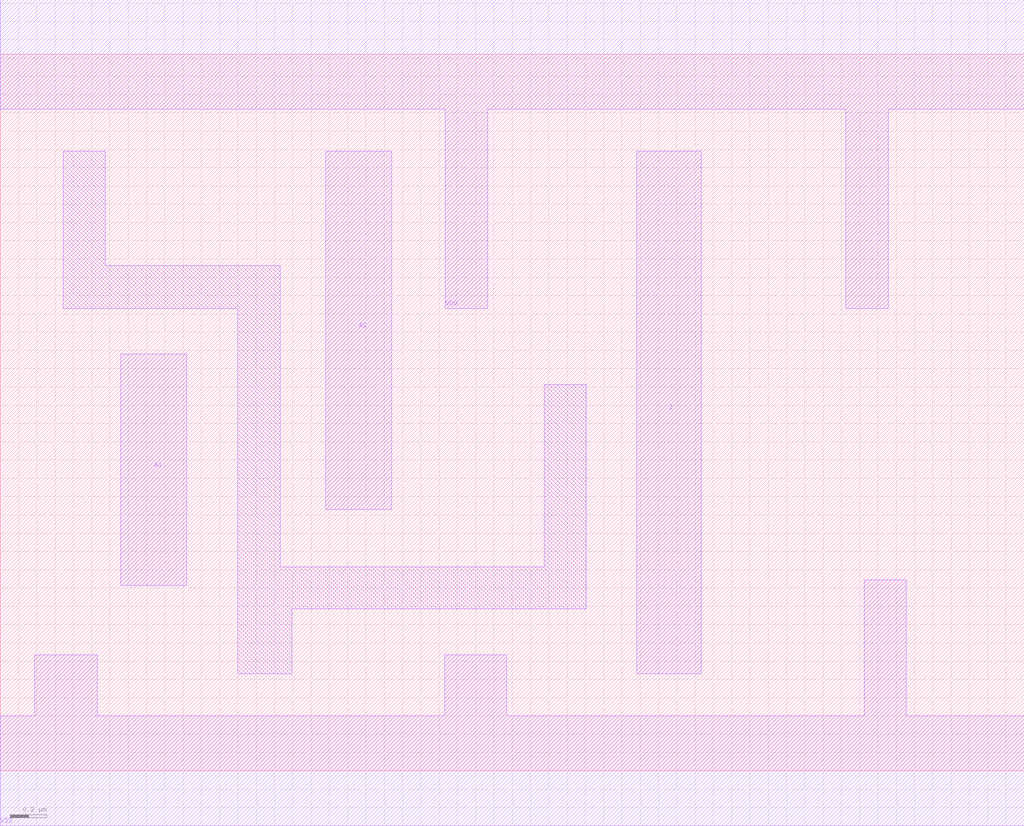
<source format=lef>
# Copyright 2022 GlobalFoundries PDK Authors
#
# Licensed under the Apache License, Version 2.0 (the "License");
# you may not use this file except in compliance with the License.
# You may obtain a copy of the License at
#
#      http://www.apache.org/licenses/LICENSE-2.0
#
# Unless required by applicable law or agreed to in writing, software
# distributed under the License is distributed on an "AS IS" BASIS,
# WITHOUT WARRANTIES OR CONDITIONS OF ANY KIND, either express or implied.
# See the License for the specific language governing permissions and
# limitations under the License.

MACRO gf180mcu_fd_sc_mcu7t5v0__or2_2
  CLASS core ;
  FOREIGN gf180mcu_fd_sc_mcu7t5v0__or2_2 0.0 0.0 ;
  ORIGIN 0 0 ;
  SYMMETRY X Y ;
  SITE GF018hv5v_mcu_sc7 ;
  SIZE 5.6 BY 3.92 ;
  PIN A1
    DIRECTION INPUT ;
    ANTENNAGATEAREA 1.102 ;
    PORT
      LAYER METAL1 ;
        POLYGON 0.66 1.015 1.02 1.015 1.02 2.28 0.66 2.28  ;
    END
  END A1
  PIN A2
    DIRECTION INPUT ;
    ANTENNAGATEAREA 1.102 ;
    PORT
      LAYER METAL1 ;
        POLYGON 1.78 1.43 2.14 1.43 2.14 3.39 1.78 3.39  ;
    END
  END A2
  PIN Z
    DIRECTION OUTPUT ;
    ANTENNADIFFAREA 1.1218 ;
    PORT
      LAYER METAL1 ;
        POLYGON 3.48 0.53 3.835 0.53 3.835 3.39 3.48 3.39  ;
    END
  END Z
  PIN VDD
    DIRECTION INOUT ;
    USE power ;
    SHAPE ABUTMENT ;
    PORT
      LAYER METAL1 ;
        POLYGON 0 3.62 2.435 3.62 2.435 2.53 2.665 2.53 2.665 3.62 3.205 3.62 4.625 3.62 4.625 2.53 4.855 2.53 4.855 3.62 5.6 3.62 5.6 4.22 3.205 4.22 0 4.22  ;
    END
  END VDD
  PIN VSS
    DIRECTION INOUT ;
    USE ground ;
    SHAPE ABUTMENT ;
    PORT
      LAYER METAL1 ;
        POLYGON 0 -0.3 5.6 -0.3 5.6 0.3 4.955 0.3 4.955 1.045 4.725 1.045 4.725 0.3 2.77 0.3 2.77 0.635 2.43 0.635 2.43 0.3 0.53 0.3 0.53 0.635 0.19 0.635 0.19 0.3 0 0.3  ;
    END
  END VSS
  OBS
      LAYER METAL1 ;
        POLYGON 0.345 2.53 1.3 2.53 1.3 0.53 1.595 0.53 1.595 0.885 3.205 0.885 3.205 2.115 2.975 2.115 2.975 1.115 1.53 1.115 1.53 2.765 0.575 2.765 0.575 3.39 0.345 3.39  ;
  END
END gf180mcu_fd_sc_mcu7t5v0__or2_2

</source>
